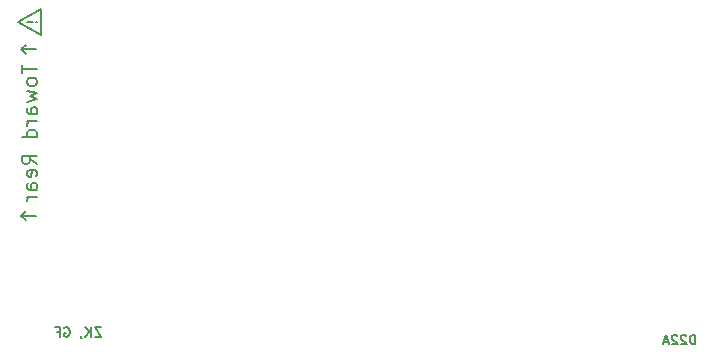
<source format=gbo>
G04 #@! TF.GenerationSoftware,KiCad,Pcbnew,8.0.5*
G04 #@! TF.CreationDate,2024-10-02T03:22:53-04:00*
G04 #@! TF.ProjectId,RAM2GS,52414d32-4753-42e6-9b69-6361645f7063,2.2*
G04 #@! TF.SameCoordinates,Original*
G04 #@! TF.FileFunction,Legend,Bot*
G04 #@! TF.FilePolarity,Positive*
%FSLAX46Y46*%
G04 Gerber Fmt 4.6, Leading zero omitted, Abs format (unit mm)*
G04 Created by KiCad (PCBNEW 8.0.5) date 2024-10-02 03:22:53*
%MOMM*%
%LPD*%
G01*
G04 APERTURE LIST*
G04 Aperture macros list*
%AMRoundRect*
0 Rectangle with rounded corners*
0 $1 Rounding radius*
0 $2 $3 $4 $5 $6 $7 $8 $9 X,Y pos of 4 corners*
0 Add a 4 corners polygon primitive as box body*
4,1,4,$2,$3,$4,$5,$6,$7,$8,$9,$2,$3,0*
0 Add four circle primitives for the rounded corners*
1,1,$1+$1,$2,$3*
1,1,$1+$1,$4,$5*
1,1,$1+$1,$6,$7*
1,1,$1+$1,$8,$9*
0 Add four rect primitives between the rounded corners*
20,1,$1+$1,$2,$3,$4,$5,0*
20,1,$1+$1,$4,$5,$6,$7,0*
20,1,$1+$1,$6,$7,$8,$9,0*
20,1,$1+$1,$8,$9,$2,$3,0*%
G04 Aperture macros list end*
%ADD10C,0.200000*%
%ADD11C,0.203200*%
%ADD12C,0.190500*%
%ADD13C,0.000000*%
%ADD14C,2.152400*%
%ADD15C,2.527300*%
%ADD16C,1.143000*%
%ADD17C,1.448000*%
%ADD18RoundRect,0.419100X-0.419100X-3.327100X0.419100X-3.327100X0.419100X3.327100X-0.419100X3.327100X0*%
G04 APERTURE END LIST*
D10*
X48895000Y-119634000D02*
X47625000Y-119634000D01*
X47625000Y-119634000D02*
X48006000Y-120015000D01*
X47625000Y-119634000D02*
X48006000Y-119253000D01*
X47625000Y-105537000D02*
X48006000Y-105918000D01*
X47625000Y-105537000D02*
X48006000Y-105156000D01*
X48895000Y-105537000D02*
X47625000Y-105537000D01*
X49276000Y-102171500D02*
X49276000Y-104330500D01*
X49276000Y-104330500D02*
X47371000Y-103251000D01*
X47371000Y-103251000D02*
X49276000Y-102171500D01*
X47694126Y-106873524D02*
X47694126Y-107599238D01*
X48964126Y-107236381D02*
X47694126Y-107236381D01*
X48964126Y-108204000D02*
X48903650Y-108083048D01*
X48903650Y-108083048D02*
X48843173Y-108022571D01*
X48843173Y-108022571D02*
X48722221Y-107962095D01*
X48722221Y-107962095D02*
X48359364Y-107962095D01*
X48359364Y-107962095D02*
X48238411Y-108022571D01*
X48238411Y-108022571D02*
X48177935Y-108083048D01*
X48177935Y-108083048D02*
X48117459Y-108204000D01*
X48117459Y-108204000D02*
X48117459Y-108385429D01*
X48117459Y-108385429D02*
X48177935Y-108506381D01*
X48177935Y-108506381D02*
X48238411Y-108566857D01*
X48238411Y-108566857D02*
X48359364Y-108627333D01*
X48359364Y-108627333D02*
X48722221Y-108627333D01*
X48722221Y-108627333D02*
X48843173Y-108566857D01*
X48843173Y-108566857D02*
X48903650Y-108506381D01*
X48903650Y-108506381D02*
X48964126Y-108385429D01*
X48964126Y-108385429D02*
X48964126Y-108204000D01*
X48117459Y-109050667D02*
X48964126Y-109292572D01*
X48964126Y-109292572D02*
X48359364Y-109534477D01*
X48359364Y-109534477D02*
X48964126Y-109776381D01*
X48964126Y-109776381D02*
X48117459Y-110018286D01*
X48964126Y-111046381D02*
X48298888Y-111046381D01*
X48298888Y-111046381D02*
X48177935Y-110985905D01*
X48177935Y-110985905D02*
X48117459Y-110864953D01*
X48117459Y-110864953D02*
X48117459Y-110623048D01*
X48117459Y-110623048D02*
X48177935Y-110502095D01*
X48903650Y-111046381D02*
X48964126Y-110925429D01*
X48964126Y-110925429D02*
X48964126Y-110623048D01*
X48964126Y-110623048D02*
X48903650Y-110502095D01*
X48903650Y-110502095D02*
X48782697Y-110441619D01*
X48782697Y-110441619D02*
X48661745Y-110441619D01*
X48661745Y-110441619D02*
X48540792Y-110502095D01*
X48540792Y-110502095D02*
X48480316Y-110623048D01*
X48480316Y-110623048D02*
X48480316Y-110925429D01*
X48480316Y-110925429D02*
X48419840Y-111046381D01*
X48964126Y-111651143D02*
X48117459Y-111651143D01*
X48359364Y-111651143D02*
X48238411Y-111711620D01*
X48238411Y-111711620D02*
X48177935Y-111772096D01*
X48177935Y-111772096D02*
X48117459Y-111893048D01*
X48117459Y-111893048D02*
X48117459Y-112014001D01*
X48964126Y-112981619D02*
X47694126Y-112981619D01*
X48903650Y-112981619D02*
X48964126Y-112860667D01*
X48964126Y-112860667D02*
X48964126Y-112618762D01*
X48964126Y-112618762D02*
X48903650Y-112497810D01*
X48903650Y-112497810D02*
X48843173Y-112437333D01*
X48843173Y-112437333D02*
X48722221Y-112376857D01*
X48722221Y-112376857D02*
X48359364Y-112376857D01*
X48359364Y-112376857D02*
X48238411Y-112437333D01*
X48238411Y-112437333D02*
X48177935Y-112497810D01*
X48177935Y-112497810D02*
X48117459Y-112618762D01*
X48117459Y-112618762D02*
X48117459Y-112860667D01*
X48117459Y-112860667D02*
X48177935Y-112981619D01*
X48964126Y-115279715D02*
X48359364Y-114856381D01*
X48964126Y-114554000D02*
X47694126Y-114554000D01*
X47694126Y-114554000D02*
X47694126Y-115037810D01*
X47694126Y-115037810D02*
X47754602Y-115158762D01*
X47754602Y-115158762D02*
X47815078Y-115219239D01*
X47815078Y-115219239D02*
X47936030Y-115279715D01*
X47936030Y-115279715D02*
X48117459Y-115279715D01*
X48117459Y-115279715D02*
X48238411Y-115219239D01*
X48238411Y-115219239D02*
X48298888Y-115158762D01*
X48298888Y-115158762D02*
X48359364Y-115037810D01*
X48359364Y-115037810D02*
X48359364Y-114554000D01*
X48903650Y-116307810D02*
X48964126Y-116186858D01*
X48964126Y-116186858D02*
X48964126Y-115944953D01*
X48964126Y-115944953D02*
X48903650Y-115824000D01*
X48903650Y-115824000D02*
X48782697Y-115763524D01*
X48782697Y-115763524D02*
X48298888Y-115763524D01*
X48298888Y-115763524D02*
X48177935Y-115824000D01*
X48177935Y-115824000D02*
X48117459Y-115944953D01*
X48117459Y-115944953D02*
X48117459Y-116186858D01*
X48117459Y-116186858D02*
X48177935Y-116307810D01*
X48177935Y-116307810D02*
X48298888Y-116368286D01*
X48298888Y-116368286D02*
X48419840Y-116368286D01*
X48419840Y-116368286D02*
X48540792Y-115763524D01*
X48964126Y-117456857D02*
X48298888Y-117456857D01*
X48298888Y-117456857D02*
X48177935Y-117396381D01*
X48177935Y-117396381D02*
X48117459Y-117275429D01*
X48117459Y-117275429D02*
X48117459Y-117033524D01*
X48117459Y-117033524D02*
X48177935Y-116912571D01*
X48903650Y-117456857D02*
X48964126Y-117335905D01*
X48964126Y-117335905D02*
X48964126Y-117033524D01*
X48964126Y-117033524D02*
X48903650Y-116912571D01*
X48903650Y-116912571D02*
X48782697Y-116852095D01*
X48782697Y-116852095D02*
X48661745Y-116852095D01*
X48661745Y-116852095D02*
X48540792Y-116912571D01*
X48540792Y-116912571D02*
X48480316Y-117033524D01*
X48480316Y-117033524D02*
X48480316Y-117335905D01*
X48480316Y-117335905D02*
X48419840Y-117456857D01*
X48964126Y-118061619D02*
X48117459Y-118061619D01*
X48359364Y-118061619D02*
X48238411Y-118122096D01*
X48238411Y-118122096D02*
X48177935Y-118182572D01*
X48177935Y-118182572D02*
X48117459Y-118303524D01*
X48117459Y-118303524D02*
X48117459Y-118424477D01*
D11*
X104713314Y-130540449D02*
X104713314Y-129727649D01*
X104713314Y-129727649D02*
X104519790Y-129727649D01*
X104519790Y-129727649D02*
X104403676Y-129766354D01*
X104403676Y-129766354D02*
X104326266Y-129843764D01*
X104326266Y-129843764D02*
X104287561Y-129921173D01*
X104287561Y-129921173D02*
X104248857Y-130075992D01*
X104248857Y-130075992D02*
X104248857Y-130192106D01*
X104248857Y-130192106D02*
X104287561Y-130346925D01*
X104287561Y-130346925D02*
X104326266Y-130424335D01*
X104326266Y-130424335D02*
X104403676Y-130501745D01*
X104403676Y-130501745D02*
X104519790Y-130540449D01*
X104519790Y-130540449D02*
X104713314Y-130540449D01*
X103939218Y-129805059D02*
X103900514Y-129766354D01*
X103900514Y-129766354D02*
X103823104Y-129727649D01*
X103823104Y-129727649D02*
X103629580Y-129727649D01*
X103629580Y-129727649D02*
X103552171Y-129766354D01*
X103552171Y-129766354D02*
X103513466Y-129805059D01*
X103513466Y-129805059D02*
X103474761Y-129882468D01*
X103474761Y-129882468D02*
X103474761Y-129959878D01*
X103474761Y-129959878D02*
X103513466Y-130075992D01*
X103513466Y-130075992D02*
X103977923Y-130540449D01*
X103977923Y-130540449D02*
X103474761Y-130540449D01*
X103165123Y-129805059D02*
X103126419Y-129766354D01*
X103126419Y-129766354D02*
X103049009Y-129727649D01*
X103049009Y-129727649D02*
X102855485Y-129727649D01*
X102855485Y-129727649D02*
X102778076Y-129766354D01*
X102778076Y-129766354D02*
X102739371Y-129805059D01*
X102739371Y-129805059D02*
X102700666Y-129882468D01*
X102700666Y-129882468D02*
X102700666Y-129959878D01*
X102700666Y-129959878D02*
X102739371Y-130075992D01*
X102739371Y-130075992D02*
X103203828Y-130540449D01*
X103203828Y-130540449D02*
X102700666Y-130540449D01*
X102391028Y-130308221D02*
X102003981Y-130308221D01*
X102468438Y-130540449D02*
X102197505Y-129727649D01*
X102197505Y-129727649D02*
X101926571Y-130540449D01*
D12*
X48866201Y-103250999D02*
X48904906Y-103289704D01*
X48904906Y-103289704D02*
X48943610Y-103250999D01*
X48943610Y-103250999D02*
X48904906Y-103212295D01*
X48904906Y-103212295D02*
X48866201Y-103250999D01*
X48866201Y-103250999D02*
X48943610Y-103250999D01*
X48633972Y-103250999D02*
X48169515Y-103212295D01*
X48169515Y-103212295D02*
X48130810Y-103250999D01*
X48130810Y-103250999D02*
X48169515Y-103289704D01*
X48169515Y-103289704D02*
X48633972Y-103250999D01*
X48633972Y-103250999D02*
X48130810Y-103250999D01*
D11*
X54386237Y-129092649D02*
X53844371Y-129092649D01*
X53844371Y-129092649D02*
X54386237Y-129905449D01*
X54386237Y-129905449D02*
X53844371Y-129905449D01*
X53534733Y-129905449D02*
X53534733Y-129092649D01*
X53070276Y-129905449D02*
X53418618Y-129440992D01*
X53070276Y-129092649D02*
X53534733Y-129557106D01*
X52683228Y-129866745D02*
X52683228Y-129905449D01*
X52683228Y-129905449D02*
X52721933Y-129982859D01*
X52721933Y-129982859D02*
X52760637Y-130021564D01*
X51289856Y-129131354D02*
X51367266Y-129092649D01*
X51367266Y-129092649D02*
X51483380Y-129092649D01*
X51483380Y-129092649D02*
X51599494Y-129131354D01*
X51599494Y-129131354D02*
X51676904Y-129208764D01*
X51676904Y-129208764D02*
X51715609Y-129286173D01*
X51715609Y-129286173D02*
X51754313Y-129440992D01*
X51754313Y-129440992D02*
X51754313Y-129557106D01*
X51754313Y-129557106D02*
X51715609Y-129711925D01*
X51715609Y-129711925D02*
X51676904Y-129789335D01*
X51676904Y-129789335D02*
X51599494Y-129866745D01*
X51599494Y-129866745D02*
X51483380Y-129905449D01*
X51483380Y-129905449D02*
X51405971Y-129905449D01*
X51405971Y-129905449D02*
X51289856Y-129866745D01*
X51289856Y-129866745D02*
X51251152Y-129828040D01*
X51251152Y-129828040D02*
X51251152Y-129557106D01*
X51251152Y-129557106D02*
X51405971Y-129557106D01*
X50631875Y-129479697D02*
X50902809Y-129479697D01*
X50902809Y-129905449D02*
X50902809Y-129092649D01*
X50902809Y-129092649D02*
X50515761Y-129092649D01*
%LPC*%
D13*
G36*
X113538000Y-139446000D02*
G01*
X113030000Y-139954000D01*
X55626000Y-139954000D01*
X55118000Y-139446000D01*
X55118000Y-132080000D01*
X113538000Y-132080000D01*
X113538000Y-139446000D01*
G37*
D14*
X110998000Y-130175000D03*
D15*
X102575974Y-96924872D03*
D16*
X100779923Y-98720923D03*
D15*
X98983872Y-100516974D03*
X106617090Y-100965987D03*
X103024987Y-104558090D03*
D16*
X106886497Y-103390656D03*
X105449656Y-104827497D03*
D17*
X48514000Y-93726000D03*
X102870000Y-93726000D03*
X48514000Y-129540000D03*
X111506000Y-115189000D03*
D18*
X110998000Y-135282000D03*
X108458000Y-135282000D03*
X105918000Y-135282000D03*
X103378000Y-135282000D03*
X100838000Y-135282000D03*
X98298000Y-135282000D03*
X95758000Y-135282000D03*
X93218000Y-135282000D03*
X90678000Y-135282000D03*
X88138000Y-135282000D03*
X85598000Y-135282000D03*
X83058000Y-135282000D03*
X80518000Y-135282000D03*
X77978000Y-135282000D03*
X75438000Y-135282000D03*
X72898000Y-135282000D03*
X70358000Y-135282000D03*
X67818000Y-135282000D03*
X65278000Y-135282000D03*
X62738000Y-135282000D03*
X60198000Y-135282000D03*
X57658000Y-135282000D03*
%LPD*%
M02*

</source>
